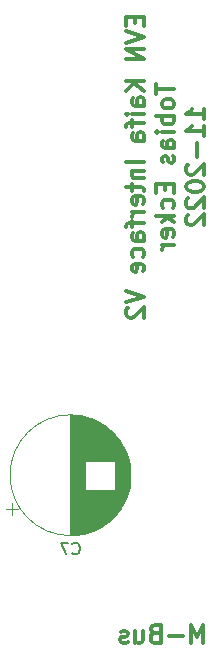
<source format=gbo>
G04 #@! TF.GenerationSoftware,KiCad,Pcbnew,5.1.5+dfsg1-2build2*
G04 #@! TF.CreationDate,2022-11-05T00:29:27+01:00*
G04 #@! TF.ProjectId,MBus_to_radio,4d427573-5f74-46f5-9f72-6164696f2e6b,rev?*
G04 #@! TF.SameCoordinates,Original*
G04 #@! TF.FileFunction,Legend,Bot*
G04 #@! TF.FilePolarity,Positive*
%FSLAX46Y46*%
G04 Gerber Fmt 4.6, Leading zero omitted, Abs format (unit mm)*
G04 Created by KiCad (PCBNEW 5.1.5+dfsg1-2build2) date 2022-11-05 00:29:27*
%MOMM*%
%LPD*%
G04 APERTURE LIST*
%ADD10C,0.300000*%
%ADD11C,0.120000*%
%ADD12C,0.150000*%
%ADD13C,2.102000*%
%ADD14R,2.102000X2.102000*%
%ADD15C,2.202000*%
%ADD16R,2.202000X2.202000*%
%ADD17C,3.302000*%
%ADD18C,2.032000*%
%ADD19R,2.032000X2.032000*%
G04 APERTURE END LIST*
D10*
X119008885Y-115016671D02*
X119008885Y-113516671D01*
X118508885Y-114588100D01*
X118008885Y-113516671D01*
X118008885Y-115016671D01*
X117294600Y-114445242D02*
X116151742Y-114445242D01*
X114937457Y-114230957D02*
X114723171Y-114302385D01*
X114651742Y-114373814D01*
X114580314Y-114516671D01*
X114580314Y-114730957D01*
X114651742Y-114873814D01*
X114723171Y-114945242D01*
X114866028Y-115016671D01*
X115437457Y-115016671D01*
X115437457Y-113516671D01*
X114937457Y-113516671D01*
X114794600Y-113588100D01*
X114723171Y-113659528D01*
X114651742Y-113802385D01*
X114651742Y-113945242D01*
X114723171Y-114088100D01*
X114794600Y-114159528D01*
X114937457Y-114230957D01*
X115437457Y-114230957D01*
X113294600Y-114016671D02*
X113294600Y-115016671D01*
X113937457Y-114016671D02*
X113937457Y-114802385D01*
X113866028Y-114945242D01*
X113723171Y-115016671D01*
X113508885Y-115016671D01*
X113366028Y-114945242D01*
X113294600Y-114873814D01*
X112651742Y-114945242D02*
X112508885Y-115016671D01*
X112223171Y-115016671D01*
X112080314Y-114945242D01*
X112008885Y-114802385D01*
X112008885Y-114730957D01*
X112080314Y-114588100D01*
X112223171Y-114516671D01*
X112437457Y-114516671D01*
X112580314Y-114445242D01*
X112651742Y-114302385D01*
X112651742Y-114230957D01*
X112580314Y-114088100D01*
X112437457Y-114016671D01*
X112223171Y-114016671D01*
X112080314Y-114088100D01*
X113230357Y-62086328D02*
X113230357Y-62586328D01*
X114016071Y-62800614D02*
X114016071Y-62086328D01*
X112516071Y-62086328D01*
X112516071Y-62800614D01*
X112516071Y-63229185D02*
X114016071Y-63729185D01*
X112516071Y-64229185D01*
X114016071Y-64729185D02*
X112516071Y-64729185D01*
X114016071Y-65586328D01*
X112516071Y-65586328D01*
X114016071Y-67443471D02*
X112516071Y-67443471D01*
X114016071Y-68300614D02*
X113158928Y-67657757D01*
X112516071Y-68300614D02*
X113373214Y-67443471D01*
X114016071Y-69586328D02*
X113230357Y-69586328D01*
X113087500Y-69514900D01*
X113016071Y-69372042D01*
X113016071Y-69086328D01*
X113087500Y-68943471D01*
X113944642Y-69586328D02*
X114016071Y-69443471D01*
X114016071Y-69086328D01*
X113944642Y-68943471D01*
X113801785Y-68872042D01*
X113658928Y-68872042D01*
X113516071Y-68943471D01*
X113444642Y-69086328D01*
X113444642Y-69443471D01*
X113373214Y-69586328D01*
X114016071Y-70300614D02*
X113016071Y-70300614D01*
X112516071Y-70300614D02*
X112587500Y-70229185D01*
X112658928Y-70300614D01*
X112587500Y-70372042D01*
X112516071Y-70300614D01*
X112658928Y-70300614D01*
X113016071Y-70800614D02*
X113016071Y-71372042D01*
X114016071Y-71014900D02*
X112730357Y-71014900D01*
X112587500Y-71086328D01*
X112516071Y-71229185D01*
X112516071Y-71372042D01*
X114016071Y-72514900D02*
X113230357Y-72514900D01*
X113087500Y-72443471D01*
X113016071Y-72300614D01*
X113016071Y-72014900D01*
X113087500Y-71872042D01*
X113944642Y-72514900D02*
X114016071Y-72372042D01*
X114016071Y-72014900D01*
X113944642Y-71872042D01*
X113801785Y-71800614D01*
X113658928Y-71800614D01*
X113516071Y-71872042D01*
X113444642Y-72014900D01*
X113444642Y-72372042D01*
X113373214Y-72514900D01*
X114016071Y-74372042D02*
X112516071Y-74372042D01*
X113016071Y-75086328D02*
X114016071Y-75086328D01*
X113158928Y-75086328D02*
X113087500Y-75157757D01*
X113016071Y-75300614D01*
X113016071Y-75514900D01*
X113087500Y-75657757D01*
X113230357Y-75729185D01*
X114016071Y-75729185D01*
X113016071Y-76229185D02*
X113016071Y-76800614D01*
X112516071Y-76443471D02*
X113801785Y-76443471D01*
X113944642Y-76514900D01*
X114016071Y-76657757D01*
X114016071Y-76800614D01*
X113944642Y-77872042D02*
X114016071Y-77729185D01*
X114016071Y-77443471D01*
X113944642Y-77300614D01*
X113801785Y-77229185D01*
X113230357Y-77229185D01*
X113087500Y-77300614D01*
X113016071Y-77443471D01*
X113016071Y-77729185D01*
X113087500Y-77872042D01*
X113230357Y-77943471D01*
X113373214Y-77943471D01*
X113516071Y-77229185D01*
X114016071Y-78586328D02*
X113016071Y-78586328D01*
X113301785Y-78586328D02*
X113158928Y-78657757D01*
X113087500Y-78729185D01*
X113016071Y-78872042D01*
X113016071Y-79014899D01*
X113016071Y-79300614D02*
X113016071Y-79872042D01*
X114016071Y-79514899D02*
X112730357Y-79514899D01*
X112587500Y-79586328D01*
X112516071Y-79729185D01*
X112516071Y-79872042D01*
X114016071Y-81014899D02*
X113230357Y-81014899D01*
X113087500Y-80943471D01*
X113016071Y-80800614D01*
X113016071Y-80514899D01*
X113087500Y-80372042D01*
X113944642Y-81014899D02*
X114016071Y-80872042D01*
X114016071Y-80514899D01*
X113944642Y-80372042D01*
X113801785Y-80300614D01*
X113658928Y-80300614D01*
X113516071Y-80372042D01*
X113444642Y-80514899D01*
X113444642Y-80872042D01*
X113373214Y-81014899D01*
X113944642Y-82372042D02*
X114016071Y-82229185D01*
X114016071Y-81943471D01*
X113944642Y-81800614D01*
X113873214Y-81729185D01*
X113730357Y-81657757D01*
X113301785Y-81657757D01*
X113158928Y-81729185D01*
X113087500Y-81800614D01*
X113016071Y-81943471D01*
X113016071Y-82229185D01*
X113087500Y-82372042D01*
X113944642Y-83586328D02*
X114016071Y-83443471D01*
X114016071Y-83157757D01*
X113944642Y-83014899D01*
X113801785Y-82943471D01*
X113230357Y-82943471D01*
X113087500Y-83014899D01*
X113016071Y-83157757D01*
X113016071Y-83443471D01*
X113087500Y-83586328D01*
X113230357Y-83657757D01*
X113373214Y-83657757D01*
X113516071Y-82943471D01*
X112516071Y-85229185D02*
X114016071Y-85729185D01*
X112516071Y-86229185D01*
X112658928Y-86657757D02*
X112587500Y-86729185D01*
X112516071Y-86872042D01*
X112516071Y-87229185D01*
X112587500Y-87372042D01*
X112658928Y-87443471D01*
X112801785Y-87514899D01*
X112944642Y-87514899D01*
X113158928Y-87443471D01*
X114016071Y-86586328D01*
X114016071Y-87514899D01*
X115066071Y-67729185D02*
X115066071Y-68586328D01*
X116566071Y-68157757D02*
X115066071Y-68157757D01*
X116566071Y-69300614D02*
X116494642Y-69157757D01*
X116423214Y-69086328D01*
X116280357Y-69014900D01*
X115851785Y-69014900D01*
X115708928Y-69086328D01*
X115637500Y-69157757D01*
X115566071Y-69300614D01*
X115566071Y-69514900D01*
X115637500Y-69657757D01*
X115708928Y-69729185D01*
X115851785Y-69800614D01*
X116280357Y-69800614D01*
X116423214Y-69729185D01*
X116494642Y-69657757D01*
X116566071Y-69514900D01*
X116566071Y-69300614D01*
X116566071Y-70443471D02*
X115066071Y-70443471D01*
X115637500Y-70443471D02*
X115566071Y-70586328D01*
X115566071Y-70872042D01*
X115637500Y-71014900D01*
X115708928Y-71086328D01*
X115851785Y-71157757D01*
X116280357Y-71157757D01*
X116423214Y-71086328D01*
X116494642Y-71014900D01*
X116566071Y-70872042D01*
X116566071Y-70586328D01*
X116494642Y-70443471D01*
X116566071Y-71800614D02*
X115566071Y-71800614D01*
X115066071Y-71800614D02*
X115137500Y-71729185D01*
X115208928Y-71800614D01*
X115137500Y-71872042D01*
X115066071Y-71800614D01*
X115208928Y-71800614D01*
X116566071Y-73157757D02*
X115780357Y-73157757D01*
X115637500Y-73086328D01*
X115566071Y-72943471D01*
X115566071Y-72657757D01*
X115637500Y-72514900D01*
X116494642Y-73157757D02*
X116566071Y-73014900D01*
X116566071Y-72657757D01*
X116494642Y-72514900D01*
X116351785Y-72443471D01*
X116208928Y-72443471D01*
X116066071Y-72514900D01*
X115994642Y-72657757D01*
X115994642Y-73014900D01*
X115923214Y-73157757D01*
X116494642Y-73800614D02*
X116566071Y-73943471D01*
X116566071Y-74229185D01*
X116494642Y-74372042D01*
X116351785Y-74443471D01*
X116280357Y-74443471D01*
X116137500Y-74372042D01*
X116066071Y-74229185D01*
X116066071Y-74014900D01*
X115994642Y-73872042D01*
X115851785Y-73800614D01*
X115780357Y-73800614D01*
X115637500Y-73872042D01*
X115566071Y-74014900D01*
X115566071Y-74229185D01*
X115637500Y-74372042D01*
X115780357Y-76229185D02*
X115780357Y-76729185D01*
X116566071Y-76943471D02*
X116566071Y-76229185D01*
X115066071Y-76229185D01*
X115066071Y-76943471D01*
X116494642Y-78229185D02*
X116566071Y-78086328D01*
X116566071Y-77800614D01*
X116494642Y-77657757D01*
X116423214Y-77586328D01*
X116280357Y-77514900D01*
X115851785Y-77514900D01*
X115708928Y-77586328D01*
X115637500Y-77657757D01*
X115566071Y-77800614D01*
X115566071Y-78086328D01*
X115637500Y-78229185D01*
X116566071Y-78872042D02*
X115066071Y-78872042D01*
X115994642Y-79014900D02*
X116566071Y-79443471D01*
X115566071Y-79443471D02*
X116137500Y-78872042D01*
X116494642Y-80657757D02*
X116566071Y-80514900D01*
X116566071Y-80229185D01*
X116494642Y-80086328D01*
X116351785Y-80014900D01*
X115780357Y-80014900D01*
X115637500Y-80086328D01*
X115566071Y-80229185D01*
X115566071Y-80514900D01*
X115637500Y-80657757D01*
X115780357Y-80729185D01*
X115923214Y-80729185D01*
X116066071Y-80014900D01*
X116566071Y-81372042D02*
X115566071Y-81372042D01*
X115851785Y-81372042D02*
X115708928Y-81443471D01*
X115637500Y-81514900D01*
X115566071Y-81657757D01*
X115566071Y-81800614D01*
X119116071Y-70693471D02*
X119116071Y-69836328D01*
X119116071Y-70264900D02*
X117616071Y-70264900D01*
X117830357Y-70122042D01*
X117973214Y-69979185D01*
X118044642Y-69836328D01*
X119116071Y-72122042D02*
X119116071Y-71264900D01*
X119116071Y-71693471D02*
X117616071Y-71693471D01*
X117830357Y-71550614D01*
X117973214Y-71407757D01*
X118044642Y-71264900D01*
X118544642Y-72764900D02*
X118544642Y-73907757D01*
X117758928Y-74550614D02*
X117687500Y-74622042D01*
X117616071Y-74764900D01*
X117616071Y-75122042D01*
X117687500Y-75264900D01*
X117758928Y-75336328D01*
X117901785Y-75407757D01*
X118044642Y-75407757D01*
X118258928Y-75336328D01*
X119116071Y-74479185D01*
X119116071Y-75407757D01*
X117616071Y-76336328D02*
X117616071Y-76479185D01*
X117687500Y-76622042D01*
X117758928Y-76693471D01*
X117901785Y-76764900D01*
X118187500Y-76836328D01*
X118544642Y-76836328D01*
X118830357Y-76764900D01*
X118973214Y-76693471D01*
X119044642Y-76622042D01*
X119116071Y-76479185D01*
X119116071Y-76336328D01*
X119044642Y-76193471D01*
X118973214Y-76122042D01*
X118830357Y-76050614D01*
X118544642Y-75979185D01*
X118187500Y-75979185D01*
X117901785Y-76050614D01*
X117758928Y-76122042D01*
X117687500Y-76193471D01*
X117616071Y-76336328D01*
X117758928Y-77407757D02*
X117687500Y-77479185D01*
X117616071Y-77622042D01*
X117616071Y-77979185D01*
X117687500Y-78122042D01*
X117758928Y-78193471D01*
X117901785Y-78264900D01*
X118044642Y-78264900D01*
X118258928Y-78193471D01*
X119116071Y-77336328D01*
X119116071Y-78264900D01*
X117758928Y-78836328D02*
X117687500Y-78907757D01*
X117616071Y-79050614D01*
X117616071Y-79407757D01*
X117687500Y-79550614D01*
X117758928Y-79622042D01*
X117901785Y-79693471D01*
X118044642Y-79693471D01*
X118258928Y-79622042D01*
X119116071Y-78764900D01*
X119116071Y-79693471D01*
D11*
X102816054Y-104225700D02*
X102816054Y-103225700D01*
X102316054Y-103725700D02*
X103316054Y-103725700D01*
X112876700Y-101449700D02*
X112876700Y-100251700D01*
X112836700Y-101712700D02*
X112836700Y-99988700D01*
X112796700Y-101912700D02*
X112796700Y-99788700D01*
X112756700Y-102080700D02*
X112756700Y-99620700D01*
X112716700Y-102228700D02*
X112716700Y-99472700D01*
X112676700Y-102360700D02*
X112676700Y-99340700D01*
X112636700Y-102480700D02*
X112636700Y-99220700D01*
X112596700Y-102592700D02*
X112596700Y-99108700D01*
X112556700Y-102696700D02*
X112556700Y-99004700D01*
X112516700Y-102794700D02*
X112516700Y-98906700D01*
X112476700Y-102887700D02*
X112476700Y-98813700D01*
X112436700Y-102975700D02*
X112436700Y-98725700D01*
X112396700Y-103059700D02*
X112396700Y-98641700D01*
X112356700Y-103139700D02*
X112356700Y-98561700D01*
X112316700Y-103215700D02*
X112316700Y-98485700D01*
X112276700Y-103289700D02*
X112276700Y-98411700D01*
X112236700Y-103360700D02*
X112236700Y-98340700D01*
X112196700Y-103429700D02*
X112196700Y-98271700D01*
X112156700Y-103495700D02*
X112156700Y-98205700D01*
X112116700Y-103559700D02*
X112116700Y-98141700D01*
X112076700Y-103620700D02*
X112076700Y-98080700D01*
X112036700Y-103680700D02*
X112036700Y-98020700D01*
X111996700Y-103739700D02*
X111996700Y-97961700D01*
X111956700Y-103795700D02*
X111956700Y-97905700D01*
X111916700Y-103850700D02*
X111916700Y-97850700D01*
X111876700Y-103904700D02*
X111876700Y-97796700D01*
X111836700Y-103956700D02*
X111836700Y-97744700D01*
X111796700Y-104006700D02*
X111796700Y-97694700D01*
X111756700Y-104056700D02*
X111756700Y-97644700D01*
X111716700Y-104104700D02*
X111716700Y-97596700D01*
X111676700Y-104151700D02*
X111676700Y-97549700D01*
X111636700Y-104197700D02*
X111636700Y-97503700D01*
X111596700Y-104242700D02*
X111596700Y-97458700D01*
X111556700Y-104286700D02*
X111556700Y-97414700D01*
X111516700Y-99609700D02*
X111516700Y-97372700D01*
X111516700Y-104328700D02*
X111516700Y-102091700D01*
X111476700Y-99609700D02*
X111476700Y-97330700D01*
X111476700Y-104370700D02*
X111476700Y-102091700D01*
X111436700Y-99609700D02*
X111436700Y-97289700D01*
X111436700Y-104411700D02*
X111436700Y-102091700D01*
X111396700Y-99609700D02*
X111396700Y-97249700D01*
X111396700Y-104451700D02*
X111396700Y-102091700D01*
X111356700Y-99609700D02*
X111356700Y-97210700D01*
X111356700Y-104490700D02*
X111356700Y-102091700D01*
X111316700Y-99609700D02*
X111316700Y-97171700D01*
X111316700Y-104529700D02*
X111316700Y-102091700D01*
X111276700Y-99609700D02*
X111276700Y-97134700D01*
X111276700Y-104566700D02*
X111276700Y-102091700D01*
X111236700Y-99609700D02*
X111236700Y-97097700D01*
X111236700Y-104603700D02*
X111236700Y-102091700D01*
X111196700Y-99609700D02*
X111196700Y-97061700D01*
X111196700Y-104639700D02*
X111196700Y-102091700D01*
X111156700Y-99609700D02*
X111156700Y-97026700D01*
X111156700Y-104674700D02*
X111156700Y-102091700D01*
X111116700Y-99609700D02*
X111116700Y-96992700D01*
X111116700Y-104708700D02*
X111116700Y-102091700D01*
X111076700Y-99609700D02*
X111076700Y-96958700D01*
X111076700Y-104742700D02*
X111076700Y-102091700D01*
X111036700Y-99609700D02*
X111036700Y-96925700D01*
X111036700Y-104775700D02*
X111036700Y-102091700D01*
X110996700Y-99609700D02*
X110996700Y-96893700D01*
X110996700Y-104807700D02*
X110996700Y-102091700D01*
X110956700Y-99609700D02*
X110956700Y-96861700D01*
X110956700Y-104839700D02*
X110956700Y-102091700D01*
X110916700Y-99609700D02*
X110916700Y-96830700D01*
X110916700Y-104870700D02*
X110916700Y-102091700D01*
X110876700Y-99609700D02*
X110876700Y-96800700D01*
X110876700Y-104900700D02*
X110876700Y-102091700D01*
X110836700Y-99609700D02*
X110836700Y-96770700D01*
X110836700Y-104930700D02*
X110836700Y-102091700D01*
X110796700Y-99609700D02*
X110796700Y-96740700D01*
X110796700Y-104960700D02*
X110796700Y-102091700D01*
X110756700Y-99609700D02*
X110756700Y-96712700D01*
X110756700Y-104988700D02*
X110756700Y-102091700D01*
X110716700Y-99609700D02*
X110716700Y-96684700D01*
X110716700Y-105016700D02*
X110716700Y-102091700D01*
X110676700Y-99609700D02*
X110676700Y-96656700D01*
X110676700Y-105044700D02*
X110676700Y-102091700D01*
X110636700Y-99609700D02*
X110636700Y-96629700D01*
X110636700Y-105071700D02*
X110636700Y-102091700D01*
X110596700Y-99609700D02*
X110596700Y-96603700D01*
X110596700Y-105097700D02*
X110596700Y-102091700D01*
X110556700Y-99609700D02*
X110556700Y-96577700D01*
X110556700Y-105123700D02*
X110556700Y-102091700D01*
X110516700Y-99609700D02*
X110516700Y-96552700D01*
X110516700Y-105148700D02*
X110516700Y-102091700D01*
X110476700Y-99609700D02*
X110476700Y-96527700D01*
X110476700Y-105173700D02*
X110476700Y-102091700D01*
X110436700Y-99609700D02*
X110436700Y-96503700D01*
X110436700Y-105197700D02*
X110436700Y-102091700D01*
X110396700Y-99609700D02*
X110396700Y-96479700D01*
X110396700Y-105221700D02*
X110396700Y-102091700D01*
X110356700Y-99609700D02*
X110356700Y-96455700D01*
X110356700Y-105245700D02*
X110356700Y-102091700D01*
X110316700Y-99609700D02*
X110316700Y-96433700D01*
X110316700Y-105267700D02*
X110316700Y-102091700D01*
X110276700Y-99609700D02*
X110276700Y-96410700D01*
X110276700Y-105290700D02*
X110276700Y-102091700D01*
X110236700Y-99609700D02*
X110236700Y-96388700D01*
X110236700Y-105312700D02*
X110236700Y-102091700D01*
X110196700Y-99609700D02*
X110196700Y-96367700D01*
X110196700Y-105333700D02*
X110196700Y-102091700D01*
X110156700Y-99609700D02*
X110156700Y-96346700D01*
X110156700Y-105354700D02*
X110156700Y-102091700D01*
X110116700Y-99609700D02*
X110116700Y-96325700D01*
X110116700Y-105375700D02*
X110116700Y-102091700D01*
X110076700Y-99609700D02*
X110076700Y-96305700D01*
X110076700Y-105395700D02*
X110076700Y-102091700D01*
X110036700Y-99609700D02*
X110036700Y-96286700D01*
X110036700Y-105414700D02*
X110036700Y-102091700D01*
X109996700Y-99609700D02*
X109996700Y-96266700D01*
X109996700Y-105434700D02*
X109996700Y-102091700D01*
X109956700Y-99609700D02*
X109956700Y-96247700D01*
X109956700Y-105453700D02*
X109956700Y-102091700D01*
X109916700Y-99609700D02*
X109916700Y-96229700D01*
X109916700Y-105471700D02*
X109916700Y-102091700D01*
X109876700Y-99609700D02*
X109876700Y-96211700D01*
X109876700Y-105489700D02*
X109876700Y-102091700D01*
X109836700Y-99609700D02*
X109836700Y-96193700D01*
X109836700Y-105507700D02*
X109836700Y-102091700D01*
X109796700Y-99609700D02*
X109796700Y-96176700D01*
X109796700Y-105524700D02*
X109796700Y-102091700D01*
X109756700Y-99609700D02*
X109756700Y-96160700D01*
X109756700Y-105540700D02*
X109756700Y-102091700D01*
X109716700Y-99609700D02*
X109716700Y-96143700D01*
X109716700Y-105557700D02*
X109716700Y-102091700D01*
X109676700Y-99609700D02*
X109676700Y-96127700D01*
X109676700Y-105573700D02*
X109676700Y-102091700D01*
X109636700Y-99609700D02*
X109636700Y-96112700D01*
X109636700Y-105588700D02*
X109636700Y-102091700D01*
X109596700Y-99609700D02*
X109596700Y-96096700D01*
X109596700Y-105604700D02*
X109596700Y-102091700D01*
X109556700Y-99609700D02*
X109556700Y-96082700D01*
X109556700Y-105618700D02*
X109556700Y-102091700D01*
X109516700Y-99609700D02*
X109516700Y-96067700D01*
X109516700Y-105633700D02*
X109516700Y-102091700D01*
X109476700Y-99609700D02*
X109476700Y-96053700D01*
X109476700Y-105647700D02*
X109476700Y-102091700D01*
X109436700Y-99609700D02*
X109436700Y-96039700D01*
X109436700Y-105661700D02*
X109436700Y-102091700D01*
X109396700Y-99609700D02*
X109396700Y-96026700D01*
X109396700Y-105674700D02*
X109396700Y-102091700D01*
X109356700Y-99609700D02*
X109356700Y-96013700D01*
X109356700Y-105687700D02*
X109356700Y-102091700D01*
X109316700Y-99609700D02*
X109316700Y-96000700D01*
X109316700Y-105700700D02*
X109316700Y-102091700D01*
X109276700Y-99609700D02*
X109276700Y-95988700D01*
X109276700Y-105712700D02*
X109276700Y-102091700D01*
X109236700Y-99609700D02*
X109236700Y-95976700D01*
X109236700Y-105724700D02*
X109236700Y-102091700D01*
X109196700Y-99609700D02*
X109196700Y-95965700D01*
X109196700Y-105735700D02*
X109196700Y-102091700D01*
X109156700Y-99609700D02*
X109156700Y-95953700D01*
X109156700Y-105747700D02*
X109156700Y-102091700D01*
X109116700Y-99609700D02*
X109116700Y-95943700D01*
X109116700Y-105757700D02*
X109116700Y-102091700D01*
X109076700Y-99609700D02*
X109076700Y-95932700D01*
X109076700Y-105768700D02*
X109076700Y-102091700D01*
X109036700Y-105778700D02*
X109036700Y-95922700D01*
X108996700Y-105788700D02*
X108996700Y-95912700D01*
X108956700Y-105797700D02*
X108956700Y-95903700D01*
X108916700Y-105806700D02*
X108916700Y-95894700D01*
X108876700Y-105815700D02*
X108876700Y-95885700D01*
X108836700Y-105824700D02*
X108836700Y-95876700D01*
X108796700Y-105832700D02*
X108796700Y-95868700D01*
X108756700Y-105840700D02*
X108756700Y-95860700D01*
X108716700Y-105847700D02*
X108716700Y-95853700D01*
X108676700Y-105854700D02*
X108676700Y-95846700D01*
X108636700Y-105861700D02*
X108636700Y-95839700D01*
X108596700Y-105868700D02*
X108596700Y-95832700D01*
X108556700Y-105874700D02*
X108556700Y-95826700D01*
X108516700Y-105880700D02*
X108516700Y-95820700D01*
X108475700Y-105885700D02*
X108475700Y-95815700D01*
X108435700Y-105890700D02*
X108435700Y-95810700D01*
X108395700Y-105895700D02*
X108395700Y-95805700D01*
X108355700Y-105900700D02*
X108355700Y-95800700D01*
X108315700Y-105904700D02*
X108315700Y-95796700D01*
X108275700Y-105908700D02*
X108275700Y-95792700D01*
X108235700Y-105912700D02*
X108235700Y-95788700D01*
X108195700Y-105915700D02*
X108195700Y-95785700D01*
X108155700Y-105918700D02*
X108155700Y-95782700D01*
X108115700Y-105920700D02*
X108115700Y-95780700D01*
X108075700Y-105923700D02*
X108075700Y-95777700D01*
X108035700Y-105925700D02*
X108035700Y-95775700D01*
X107995700Y-105927700D02*
X107995700Y-95773700D01*
X107955700Y-105928700D02*
X107955700Y-95772700D01*
X107915700Y-105929700D02*
X107915700Y-95771700D01*
X107875700Y-105930700D02*
X107875700Y-95770700D01*
X107835700Y-105930700D02*
X107835700Y-95770700D01*
X107795700Y-105930700D02*
X107795700Y-95770700D01*
X112915700Y-100850700D02*
G75*
G03X112915700Y-100850700I-5120000J0D01*
G01*
D12*
X107962366Y-107457842D02*
X108009985Y-107505461D01*
X108152842Y-107553080D01*
X108248080Y-107553080D01*
X108390938Y-107505461D01*
X108486176Y-107410223D01*
X108533795Y-107314985D01*
X108581414Y-107124509D01*
X108581414Y-106981652D01*
X108533795Y-106791176D01*
X108486176Y-106695938D01*
X108390938Y-106600700D01*
X108248080Y-106553080D01*
X108152842Y-106553080D01*
X108009985Y-106600700D01*
X107962366Y-106648319D01*
X107629033Y-106553080D02*
X106962366Y-106553080D01*
X107390938Y-107553080D01*
%LPC*%
D13*
X110295700Y-100850700D03*
D14*
X105295700Y-100850700D03*
D15*
X118030000Y-111760000D03*
D16*
X113030000Y-111760000D03*
D13*
X105330000Y-110490000D03*
D14*
X100330000Y-110490000D03*
D17*
X99060000Y-101600000D03*
X119380000Y-101600000D03*
X119380000Y-58420000D03*
X99060000Y-58420000D03*
D18*
X120650000Y-97790000D03*
X120650000Y-95250000D03*
X120650000Y-92710000D03*
X120650000Y-90170000D03*
X120650000Y-87630000D03*
X120650000Y-85090000D03*
X120650000Y-82550000D03*
X120650000Y-80010000D03*
X120650000Y-77470000D03*
X120650000Y-74930000D03*
X120650000Y-72390000D03*
X120650000Y-69850000D03*
X120650000Y-67310000D03*
X120650000Y-64770000D03*
D19*
X120650000Y-62230000D03*
D18*
X97790000Y-97790000D03*
X97790000Y-95250000D03*
X97790000Y-92710000D03*
X97790000Y-90170000D03*
X97790000Y-87630000D03*
X97790000Y-85090000D03*
X97790000Y-82550000D03*
X97790000Y-80010000D03*
X97790000Y-77470000D03*
X97790000Y-74930000D03*
X97790000Y-72390000D03*
X97790000Y-69850000D03*
X97790000Y-67310000D03*
X97790000Y-64770000D03*
D19*
X97790000Y-62230000D03*
M02*

</source>
